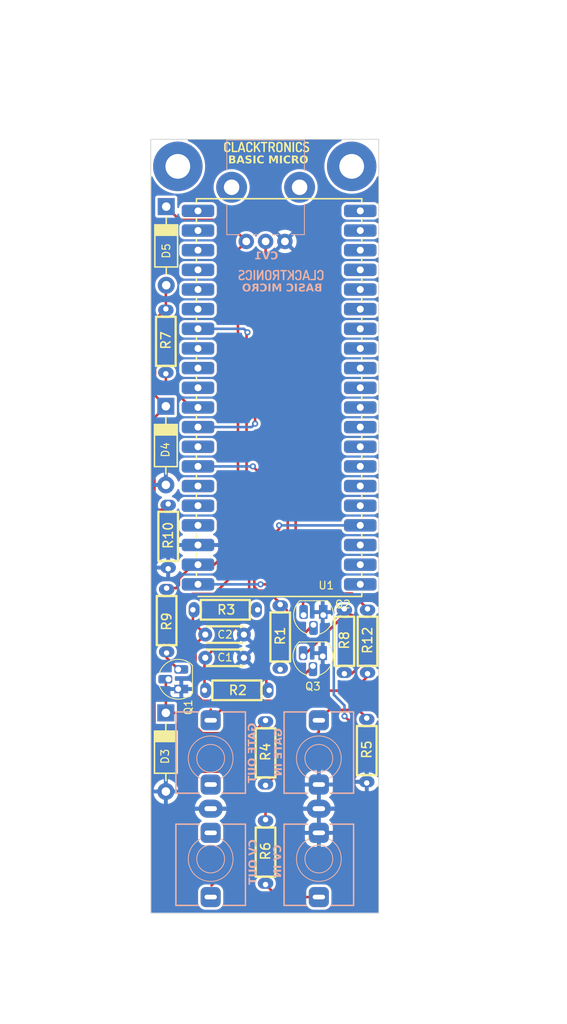
<source format=kicad_pcb>
(kicad_pcb (version 20221018) (generator pcbnew)
  (layers (0 "F.Cu" signal) (31 "B.Cu" signal) (34 "B.Paste" user) (35 "F.Paste" user) (36 "B.SilkS" user "B.Silkscreen") (37 "F.SilkS" user "F.Silkscreen") (38 "B.Mask" user) (39 "F.Mask" user) (44 "Edge.Cuts" user))
  (net 0 "")
  (net 1 "Net-(C1-Pad1)")
  (net 2 "GND")
  (net 3 "Net-(Q3-B)")
  (net 4 "Net-(D3-K)")
  (net 5 "Net-(D4-K)")
  (net 6 "+3.3V")
  (net 7 "Net-(U1A-GP28)")
  (net 8 "Net-(U1A-GP27)")
  (net 9 "Net-(U1A-GP26)")
  (net 10 "Net-(J2-PadT)")
  (net 12 "Net-(J4-PadT)")
  (net 13 "/SDA")
  (net 14 "/SCL")
  (net 15 "Net-(Q3-C)")
  (net 17 "Net-(J7-PadT)")
  (net 18 "Net-(Q1-C)")
  (net 19 "Net-(Q2-B)")
  (net 20 "+5V")
  (net 21 "Net-(U1A-GP21)")
  (footprint "Clacktronics:C_TH_Disc_P5.00mm" (layer "F.Cu") (at 51.3 129)
    (fp_text reference "C2" (at 2.55 0) (layer "F.SilkS"))
    (fp_text value "C")
    (pad "1" thru_hole circle (at 0 0) (size 1.8 1.8) (drill 0.8) (layers "*.Cu" "*.Mask") (net 3 "Net-(Q3-B)"))
    (pad "2" thru_hole circle (at 5 0) (size 1.8 1.8) (drill 0.8) (layers "*.Cu" "*.Mask") (net 2 "GND"))
  )
  (footprint "Clacktronics:R_Axial_DIN0204_L3.6mm_D1.6mm_P7.62mm_Horizontal" (layer "F.Cu") (at 72.2 148.1785 90)
    (fp_text reference "R5" (at 4.318 0 90) (layer "F.SilkS") (effects (font (size 1.2 1.2) (thickness 0.2) bold)))
    (fp_text value "100k")
    (pad "1" thru_hole oval (at 0 0 90) (size 1.4 2) (drill 0.7 (offset 0.15 0)) (layers "*.Cu" "*.Mask") (net 2 "GND"))
    (pad "2" thru_hole oval (at 8.382 0 270) (size 1.4 2) (drill 0.7 (offset 0.15 0)) (layers "*.Cu" "*.Mask") (net 17 "Net-(J7-PadT)"))
  )
  (footprint "Clacktronics:D_TH_DO-41_P10.16mm" (layer "F.Cu") (at 46.2 139.12 -90)
    (fp_text reference "D3" (at 5.63 0.1 90) (layer "F.SilkS"))
    (fp_text value "1N5819WS")
    (pad "1" thru_hole rect (at 0 0 270) (size 2.2 2.2) (drill 1.1) (layers "*.Cu" "*.Mask") (net 4 "Net-(D3-K)"))
    (pad "2" thru_hole oval (at 10.16 0 270) (size 2.2 2.2) (drill 1.1) (layers "*.Cu" "*.Mask") (net 2 "GND"))
  )
  (footprint "Clacktronics:clacktronics_logo_11mm" (layer "F.Cu") (at 59.25 66)
    (fp_text reference "G***" hide)
    (fp_text value "LOGO" hide)
  )
  (footprint "Clacktronics:D_TH_DO-41_P10.16mm" (layer "F.Cu") (at 46.25 73.7 -90)
    (fp_text reference "D5" (at 5.73 0 -270) (layer "F.SilkS"))
    (fp_text value "1N5819WS")
    (pad "1" thru_hole rect (at 0 0 270) (size 2.2 2.2) (drill 1.1) (layers "*.Cu" "*.Mask") (net 6 "+3.3V"))
    (pad "2" thru_hole oval (at 10.16 0 270) (size 2.2 2.2) (drill 1.1) (layers "*.Cu" "*.Mask") (net 5 "Net-(D4-K)"))
  )
  (footprint "MountingHole:MountingHole_3.2mm_M3_Pad" (layer "F.Cu") (at 70.25 68.5)
    (fp_text reference "REF**" hide)
    (fp_text value "MountingHole_3.2mm_M3_Pad" hide)
    (pad "1" thru_hole circle (at 0 0) (size 6.4 6.4) (drill 3.2) (layers "*.Cu" "*.Mask"))
  )
  (footprint "Clacktronics:R_Axial_DIN0204_L3.6mm_D1.6mm_P7.62mm_Horizontal" (layer "F.Cu") (at 49.7 125.8)
    (fp_text reference "R3" (at 4.318 0) (layer "F.SilkS") (effects (font (size 1.2 1.2) (thickness 0.2) bold)))
    (fp_text value "1k")
    (pad "1" thru_hole oval (at 0 0) (size 1.4 2) (drill 0.7 (offset 0.15 0)) (layers "*.Cu" "*.Mask") (net 3 "Net-(Q3-B)"))
    (pad "2" thru_hole oval (at 8.382 0 180) (size 1.4 2) (drill 0.7 (offset 0.15 0)) (layers "*.Cu" "*.Mask") (net 1 "Net-(C1-Pad1)"))
  )
  (footprint "Clacktronics:R_Axial_DIN0204_L3.6mm_D1.6mm_P7.62mm_Horizontal" (layer "F.Cu") (at 51.2 136.2)
    (fp_text reference "R2" (at 4.318 0) (layer "F.SilkS") (effects (font (size 1.2 1.2) (thickness 0.2) bold)))
    (fp_text value "1k")
    (pad "1" thru_hole oval (at 0 0) (size 1.4 2) (drill 0.7 (offset 0.15 0)) (layers "*.Cu" "*.Mask") (net 1 "Net-(C1-Pad1)"))
    (pad "2" thru_hole oval (at 8.382 0 180) (size 1.4 2) (drill 0.7 (offset 0.15 0)) (layers "*.Cu" "*.Mask") (net 21 "Net-(U1A-GP21)"))
  )
  (footprint "Clacktronics:R_Axial_DIN0204_L3.6mm_D1.6mm_P7.62mm_Horizontal" (layer "F.Cu") (at 46.3 123 -90)
    (fp_text reference "R9" (at 4.318 0 -90) (layer "F.SilkS") (effects (font (size 1.2 1.2) (thickness 0.2) bold)))
    (fp_text value "1k")
    (pad "1" thru_hole oval (at 0 0 270) (size 1.4 2) (drill 0.7 (offset 0.15 0)) (layers "*.Cu" "*.Mask") (net 6 "+3.3V"))
    (pad "2" thru_hole oval (at 8.382 0 90) (size 1.4 2) (drill 0.7 (offset 0.15 0)) (layers "*.Cu" "*.Mask") (net 18 "Net-(Q1-C)"))
  )
  (footprint "Clacktronics:R_Axial_DIN0204_L3.6mm_D1.6mm_P7.62mm_Horizontal" (layer "F.Cu") (at 46.5 120.5 90)
    (fp_text reference "R10" (at 4.318 0 90) (layer "F.SilkS") (effects (font (size 1.2 1.2) (thickness 0.2) bold)))
    (fp_text value "100k")
    (pad "1" thru_hole oval (at 0 0 90) (size 1.4 2) (drill 0.7 (offset 0.15 0)) (layers "*.Cu" "*.Mask") (net 2 "GND"))
    (pad "2" thru_hole oval (at 8.382 0 270) (size 1.4 2) (drill 0.7 (offset 0.15 0)) (layers "*.Cu" "*.Mask") (net 5 "Net-(D4-K)"))
  )
  (footprint "Clacktronics:C_TH_Disc_P5.00mm" (layer "F.Cu") (at 51.3 132)
    (fp_text reference "C1" (at 2.55 -0.05) (layer "F.SilkS"))
    (fp_text value "C")
    (pad "1" thru_hole circle (at 0 0) (size 1.8 1.8) (drill 0.8) (layers "*.Cu" "*.Mask") (net 1 "Net-(C1-Pad1)"))
    (pad "2" thru_hole circle (at 5 0) (size 1.8 1.8) (drill 0.8) (layers "*.Cu" "*.Mask") (net 2 "GND"))
  )
  (footprint "Clacktronics:R_Axial_DIN0204_L3.6mm_D1.6mm_P7.62mm_Horizontal" (layer "F.Cu") (at 59.1 161.3 90)
    (fp_text reference "R6" (at 4.318 0 90) (layer "F.SilkS") (effects (font (size 1.2 1.2) (thickness 0.2) bold)))
    (fp_text value "220k")
    (pad "1" thru_hole oval (at 0 0 90) (size 1.4 2) (drill 0.7 (offset 0.15 0)) (layers "*.Cu" "*.Mask") (net 12 "Net-(J4-PadT)"))
    (pad "2" thru_hole oval (at 8.382 0 270) (size 1.4 2) (drill 0.7 (offset 0.15 0)) (layers "*.Cu" "*.Mask") (net 5 "Net-(D4-K)"))
  )
  (footprint "Clacktronics:R_Axial_DIN0204_L3.6mm_D1.6mm_P7.62mm_Horizontal" (layer "F.Cu") (at 61 133.5 90)
    (fp_text reference "R1" (at 4.318 0 90) (layer "F.SilkS") (effects (font (size 1.2 1.2) (thickness 0.2) bold)))
    (fp_text value "1k")
    (pad "1" thru_hole oval (at 0 0 90) (size 1.4 2) (drill 0.7 (offset 0.15 0)) (layers "*.Cu" "*.Mask") (net 19 "Net-(Q2-B)"))
    (pad "2" thru_hole oval (at 8.382 0 270) (size 1.4 2) (drill 0.7 (offset 0.15 0)) (layers "*.Cu" "*.Mask") (net 7 "Net-(U1A-GP28)"))
  )
  (footprint "Package_TO_SOT_THT:TO-92_HandSolder" (layer "F.Cu") (at 66.57 126.48 180)
    (fp_text reference "Q2" (at -2.53 1.38 180) (layer "F.SilkS"))
    (fp_text value "2N3904")
    (pad "1" thru_hole rect (at 0 0 180) (size 1.1 1.8) (drill 0.75 (offset 0 0.4)) (layers "*.Cu" "*.Mask") (net 2 "GND"))
    (pad "2" thru_hole roundrect (at 1.27 -1.27 180) (size 1.1 1.8) (drill 0.75 (offset 0 -0.4)) (layers "*.Cu" "*.Mask") (net 19 "Net-(Q2-B)"))
    (pad "3" thru_hole roundrect (at 2.54 0 180) (size 1.1 1.8) (drill 0.75 (offset 0 0.4)) (layers "*.Cu" "*.Mask") (net 20 "+5V"))
  )
  (footprint "DevBoards:RPI_Pico_through_hole" (layer "F.Cu") (at 71.36 122.51 180)
    (fp_text reference "U1" (at 4.4 -0.14) (layer "F.SilkS"))
    (fp_text value "Raspberry_Pi_Pico")
    (pad "1" thru_hole roundrect (at 0 0 180) (size 4.2 1.6) (drill 0.9) (layers "*.Cu" "*.Mask") (net 13 "/SDA"))
    (pad "2" thru_hole roundrect (at 0 2.54 180) (size 4.2 1.6) (drill 0.9) (layers "*.Cu" "*.Mask") (net 14 "/SCL"))
    (pad "3" thru_hole roundrect (at 0 5.08 180) (size 4.2 1.6) (drill 0.9) (layers "*.Cu" "*.Mask"))
    (pad "4" thru_hole roundrect (at 0 7.62 180) (size 4.2 1.6) (drill 0.9) (layers "*.Cu" "*.Mask") (net 18 "Net-(Q1-C)"))
    (pad "5" thru_hole roundrect (at 0 10.16 180) (size 4.2 1.6) (drill 0.9) (layers "*.Cu" "*.Mask"))
    (pad "6" thru_hole roundrect (at 0 12.7 180) (size 4.2 1.6) (drill 0.9) (layers "*.Cu" "*.Mask"))
    (pad "7" thru_hole roundrect (at 0 15.24 180) (size 4.2 1.6) (drill 0.9) (layers "*.Cu" "*.Mask"))
    (pad "8" thru_hole roundrect (at 0 17.78 180) (size 4.2 1.6) (drill 0.9) (layers "*.Cu" "*.Mask"))
    (pad "9" thru_hole roundrect (at 0 20.32 180) (size 4.2 1.6) (drill 0.9) (layers "*.Cu" "*.Mask"))
    (pad "10" thru_hole roundrect (at 0 22.86 180) (size 4.2 1.6) (drill 0.9) (layers "*.Cu" "*.Mask"))
    (pad "11" thru_hole roundrect (at 0 25.4 180) (size 4.2 1.6) (drill 0.9) (layers "*.Cu" "*.Mask"))
    (pad "12" thru_hole roundrect (at 0 27.94 180) (size 4.2 1.6) (drill 0.9) (layers "*.Cu" "*.Mask"))
    (pad "13" thru_hole roundrect (at 0 30.48 180) (size 4.2 1.6) (drill 0.9) (layers "*.Cu" "*.Mask"))
    (pad "14" thru_hole roundrect (at 0 33.02 180) (size 4.2 1.6) (drill 0.9) (layers "*.Cu" "*.Mask"))
    (pad "15" thru_hole roundrect (at 0 35.56 180) (size 4.2 1.6) (drill 0.9) (layers "*.Cu" "*.Mask"))
    (pad "16" thru_hole roundrect (at 0 38.1 180) (size 4.2 1.6) (drill 0.9) (layers "*.Cu" "*.Mask"))
    (pad "17" thru_hole roundrect (at 0 40.64 180) (size 4.2 1.6) (drill 0.9) (layers "*.Cu" "*.Mask"))
    (pad "18" thru_hole roundrect (at 0 43.18 180) (size 4.2 1.6) (drill 0.9) (layers "*.Cu" "*.Mask"))
    (pad "19" thru_hole roundrect (at 0 45.72 180) (size 4.2 1.6) (drill 0.9) (layers "*.Cu" "*.Mask"))
    (pad "20" thru_hole roundrect (at 0 48.26 180) (size 4.2 1.6) (drill 0.9) (layers "*.Cu" "*.Mask"))
    (pad "21" thru_hole roundrect (at 21 48.26 180) (size 4.2 1.6) (drill 0.9) (layers "*.Cu" "*.Mask"))
    (pad "22" thru_hole roundrect (at 21 45.72 180) (size 4.2 1.6) (drill 0.9) (layers "*.Cu" "*.Mask"))
    (pad "23" thru_hole roundrect (at 21 43.18 180) (size 4.2 1.6) (drill 0.9) (layers "*.Cu" "*.Mask"))
    (pad "24" thru_hole roundrect (at 21 40.64 180) (size 4.2 1.6) (drill 0.9) (layers "*.Cu" "*.Mask"))
    (pad "25" thru_hole roundrect (at 21 38.1 180) (size 4.2 1.6) (drill 0.9) (layers "*.Cu" "*.Mask"))
    (pad "26" thru_hole roundrect (at 21 35.56 180) (size 4.2 1.6) (drill 0.9) (layers "*.Cu" "*.Mask"))
    (pad "27" thru_hole roundrect (at 21 33.02 180) (size 4.2 1.6) (drill 0.9) (layers "*.Cu" "*.Mask") (net 21 "Net-(U1A-GP21)"))
    (pad "28" thru_hole roundrect (at 21 30.48 180) (size 4.2 1.6) (drill 0.9) (layers "*.Cu" "*.Mask"))
    (pad "29" thru_hole roundrect (at 21 27.94 180) (size 4.2 1.6) (drill 0.9) (layers "*.Cu" "*.Mask"))
    (pad "30" thru_hole roundrect (at 21 25.4 180) (size 4.2 1.6) (drill 0.9) (layers "*.Cu" "*.Mask"))
    (pad "31" thru_hole roundrect (at 21 22.86 180) (size 4.2 1.6) (drill 0.9) (layers "*.Cu" "*.Mask") (net 9 "Net-(U1A-GP26)"))
    (pad "32" thru_hole roundrect (at 21 20.32 180) (size 4.2 1.6) (drill 0.9) (layers "*.Cu" "*.Mask") (net 8 "Net-(U1A-GP27)"))
    (pad "33" thru_hole roundrect (at 21 17.78 180) (size 4.2 1.6) (drill 0.9) (layers "*.Cu" "*.Mask"))
    (pad "34" thru_hole roundrect (at 21 15.24 180) (size 4.2 1.6) (drill 0.9) (layers "*.Cu" "*.Mask") (net 7 "Net-(U1A-GP28)"))
    (pad "35" thru_hole roundrect (at 21 12.7 180) (size 4.2 1.6) (drill 0.9) (layers "*.Cu" "*.Mask"))
    (pad "36" thru_hole roundrect (at 21 10.16 180) (size 4.2 1.6) (drill 0.9) (layers "*.Cu" "*.Mask"))
    (pad "37" thru_hole roundrect (at 21 7.62 180) (size 4.2 1.6) (drill 0.9) (layers "*.Cu" "*.Mask"))
    (pad "38" thru_hole roundrect (at 21 5.08 180) (size 4.2 1.6) (drill 0.9) (layers "*.Cu" "*.Mask") (net 2 "GND"))
    (pad "39" thru_hole roundrect (at 21 2.54 180) (size 4.2 1.6) (drill 0.9) (layers "*.Cu" "*.Mask") (net 6 "+3.3V"))
    (pad "40" thru_hole roundrect (at 21 0 180) (size 4.2 1.6) (drill 0.9) (layers "*.Cu" "*.Mask") (net 20 "+5V"))
  )
  (footprint "Package_TO_SOT_THT:TO-92_HandSolder" (layer "F.Cu") (at 47.8 136.04 90)
    (fp_text reference "Q1" (at -2.36 1.3 90) (layer "F.SilkS"))
    (fp_text value "2N3904")
    (pad "1" thru_hole rect (at 0 0 90) (size 1.1 1.8) (drill 0.75 (offset 0 0.4)) (layers "*.Cu" "*.Mask") (net 2 "GND"))
    (pad "2" thru_hole roundrect (at 1.27 -1.27 90) (size 1.1 1.8) (drill 0.75 (offset 0 -0.4)) (layers "*.Cu" "*.Mask") (net 4 "Net-(D3-K)"))
    (pad "3" thru_hole roundrect (at 2.54 0 90) (size 1.1 1.8) (drill 0.75 (offset 0 0.4)) (layers "*.Cu" "*.Mask") (net 18 "Net-(Q1-C)"))
  )
  (footprint "MountingHole:MountingHole_3.2mm_M3_Pad" (layer "F.Cu") (at 47.75 68.5)
    (fp_text reference "REF**" hide)
    (fp_text value "MountingHole_3.2mm_M3_Pad" hide)
    (pad "1" thru_hole circle (at 0 0) (size 6.4 6.4) (drill 3.2) (layers "*.Cu" "*.Mask"))
  )
  (footprint "Package_TO_SOT_THT:TO-92_HandSolder" (layer "F.Cu") (at 66.5 131.8 180)
    (fp_text reference "Q3" (at 1.27 -3.9 180) (layer "F.SilkS"))
    (fp_text value "2N3904")
    (pad "1" thru_hole rect (at 0 0 180) (size 1.1 1.8) (drill 0.75 (offset 0 0.4)) (layers "*.Cu" "*.Mask") (net 2 "GND"))
    (pad "2" thru_hole roundrect (at 1.27 -1.27 180) (size 1.1 1.8) (drill 0.75 (offset 0 -0.4)) (layers "*.Cu" "*.Mask") (net 3 "Net-(Q3-B)"))
    (pad "3" thru_hole roundrect (at 2.54 0 180) (size 1.1 1.8) (drill 0.75 (offset 0 0.4)) (layers "*.Cu" "*.Mask") (net 15 "Net-(Q3-C)"))
  )
  (footprint "Clacktronics:R_Axial_DIN0204_L3.6mm_D1.6mm_P7.62mm_Horizontal" (layer "F.Cu") (at 59.1 148.4785 90)
    (fp_text reference "R4" (at 4.318 0 90) (layer "F.SilkS") (effects (font (size 1.2 1.2) (thickness 0.2) bold)))
    (fp_text value "100k")
    (pad "1" thru_hole oval (at 0 0 90) (size 1.4 2) (drill 0.7 (offset 0.15 0)) (layers "*.Cu" "*.Mask") (net 17 "Net-(J7-PadT)"))
    (pad "2" thru_hole oval (at 8.382 0 270) (size 1.4 2) (drill 0.7 (offset 0.15 0)) (layers "*.Cu" "*.Mask") (net 4 "Net-(D3-K)"))
  )
  (footprint "Clacktronics:R_Axial_DIN0204_L3.6mm_D1.6mm_P7.62mm_Horizontal" (layer "F.Cu") (at 69.3 134.06 90)
    (fp_text reference "R8" (at 4.318 0 90) (layer "F.SilkS") (effects (font (size 1.2 1.2) (thickness 0.2) bold)))
    (fp_text value "1k")
    (pad "1" thru_hole oval (at 0 0 90) (size 1.4 2) (drill 0.7 (offset 0.15 0)) (layers "*.Cu" "*.Mask") (net 20 "+5V"))
    (pad "2" thru_hole oval (at 8.382 0 270) (size 1.4 2) (drill 0.7 (offset 0.15 0)) (layers "*.Cu" "*.Mask") (net 15 "Net-(Q3-C)"))
  )
  (footprint "Clacktronics:R_Axial_DIN0204_L3.6mm_D1.6mm_P7.62mm_Horizontal" (layer "F.Cu") (at 72.3 134.06 90)
    (fp_text reference "R12" (at 4.318 0 90) (layer "F.SilkS") (effects (font (size 1.2 1.2) (thickness 0.2) bold)))
    (fp_text value "1k")
    (pad "1" thru_hole oval (at 0 0 90) (size 1.4 2) (drill 0.7 (offset 0.15 0)) (layers "*.Cu" "*.Mask") (net 10 "Net-(J2-PadT)"))
    (pad "2" thru_hole oval (at 8.382 0 270) (size 1.4 2) (drill 0.7 (offset 0.15 0)) (layers "*.Cu" "*.Mask") (net 20 "+5V"))
  )
  (footprint "Clacktronics:D_TH_DO-41_P10.16mm" (layer "F.Cu") (at 46.2 99.5 -90)
    (fp_text reference "D4" (at 5.63 0.05 90) (layer "F.SilkS"))
    (fp_text value "1N5819WS")
    (pad "1" thru_hole rect (at 0 0 270) (size 2.2 2.2) (drill 1.1) (layers "*.Cu" "*.Mask") (net 5 "Net-(D4-K)"))
    (pad "2" thru_hole oval (at 10.16 0 270) (size 2.2 2.2) (drill 1.1) (layers "*.Cu" "*.Mask") (net 2 "GND"))
  )
  (footprint "Clacktronics:R_Axial_DIN0204_L3.6mm_D1.6mm_P7.62mm_Horizontal" (layer "F.Cu") (at 46.2 95.3 90)
    (fp_text reference "R7" (at 4.318 0 90) (layer "F.SilkS") (effects (font (size 1.2 1.2) (thickness 0.2) bold)))
    (fp_text value "1k")
    (pad "1" thru_hole oval (at 0 0 90) (size 1.4 2) (drill 0.7 (offset 0.15 0)) (layers "*.Cu" "*.Mask") (net 9 "Net-(U1A-GP26)"))
    (pad "2" thru_hole oval (at 8.382 0 270) (size 1.4 2) (drill 0.7 (offset 0.15 0)) (layers "*.Cu" "*.Mask") (net 5 "Net-(D4-K)"))
  )
  (footprint "AudioJacks:Jack_3.5mm_QingPu_WQP-PJ398SM_Vertical" (layer "B.Cu") (at 66 145 180)
    (fp_text reference "J7" hide)
    (fp_text value "GATE_IN")
    (pad "S" thru_hole oval (at 0 -6.48 180) (size 3.1 2.3) (drill oval 1.6 0.6) (layers "*.Cu" "*.Mask") (net 2 "GND"))
    (pad "T" thru_hole roundrect (at 0 4.92 180) (size 2.6 2.6) (drill oval 1.6 0.6) (layers "*.Cu" "*.Mask") (net 17 "Net-(J7-PadT)"))
    (pad "TN" thru_hole roundrect (at 0 -3.38 180) (size 2.6 2.6) (drill oval 1.6 0.6) (layers "*.Cu" "*.Mask") (net 2 "GND"))
  )
  (footprint "AudioJacks:Jack_3.5mm_QingPu_WQP-PJ398SM_Vertical" (layer "B.Cu") (at 66 158)
    (fp_text reference "J4" hide)
    (fp_text value "CV_IN")
    (pad "S" thru_hole oval (at 0 -6.48) (size 3.1 2.3) (drill oval 1.6 0.6) (layers "*.Cu" "*.Mask") (net 2 "GND"))
    (pad "T" thru_hole roundrect (at 0 4.92) (size 2.6 2.6) (drill oval 1.6 0.6) (layers "*.Cu" "*.Mask") (net 12 "Net-(J4-PadT)"))
    (pad "TN" thru_hole roundrect (at 0 -3.38) (size 2.6 2.6) (drill oval 1.6 0.6) (layers "*.Cu" "*.Mask") (net 2 "GND"))
  )
  (footprint "Clacktronics:clacktronics_logo_11mm" (layer "B.Cu") (at 61.1 82.55 180)
    (fp_text reference "G***" hide)
    (fp_text value "LOGO" hide)
  )
  (footprint "AudioJacks:Jack_3.5mm_QingPu_WQP-PJ398SM_Vertical" (layer "B.Cu") (at 52 158)
    (fp_text reference "J5" hide)
    (fp_text value "CV_OUT")
    (pad "S" thru_hole oval (at 0 -6.48) (size 3.1 2.3) (drill oval 1.6 0.6) (layers "*.Cu" "*.Mask") (net 2 "GND"))
    (pad "T" thru_hole roundrect (at 0 4.92) (size 2.6 2.6) (drill oval 1.6 0.6) (layers "*.Cu" "*.Mask") (net 15 "Net-(Q3-C)"))
    (pad "TN" thru_hole roundrect (at 0 -3.38) (size 2.6 2.6) (drill oval 1.6 0.6) (layers "*.Cu" "*.Mask"))
  )
  (footprint "Clacktronics:POT_TH_Alps_RK09K_Single_Vertical" (layer "B.Cu") (at 59.11 70.7 180)
    (fp_text reference "RV1" hide)
    (fp_text value "10k")
    (pad "" thru_hole circle (at -4.4 -0.5 90) (size 4 4) (drill 2) (layers "*.Cu" "*.Mask"))
    (pad "" thru_hole circle (at 4.4 -0.5 90) (size 4 4) (drill 2) (layers "*.Cu" "*.Mask"))
    (pad "1" thru_hole circle (at 2.5 -7.5 90) (size 2 2) (drill 1) (layers "*.Cu" "*.Mask") (net 6 "+3.3V"))
    (pad "2" thru_hole circle (at 0 -7.5 180) (size 2 2) (drill 1) (layers "*.Cu" "*.Mask") (net 8 "Net-(U1A-GP27)"))
    (pad "3" thru_hole circle (at -2.5 -7.5 90) (size 2 2) (drill 1) (layers "*.Cu" "*.Mask") (net 2 "GND"))
  )
  (footprint "AudioJacks:Jack_3.5mm_QingPu_WQP-PJ398SM_Vertical" (layer "B.Cu") (at 52 145 180)
    (fp_text reference "J2" hide)
    (fp_text value "GATE_OUT")
    (pad "S" thru_hole oval (at 0 -6.48 180) (size 3.1 2.3) (drill oval 1.6 0.6) (layers "*.Cu" "*.Mask") (net 2 "GND"))
    (pad "T" thru_hole roundrect (at 0 4.92 180) (size 2.6 2.6) (drill oval 1.6 0.6) (layers "*.Cu" "*.Mask") (net 10 "Net-(J2-PadT)"))
    (pad "TN" thru_hole roundrect (at 0 -3.38 180) (size 2.6 2.6) (drill oval 1.6 0.6) (layers "*.Cu" "*.Mask"))
  )
  (gr_line (start 73.75 65) (end 44.25 65) (stroke (width 0.1)) (layer "Edge.Cuts"))
  (gr_line (start 44.25 65) (end 44.25 165) (stroke (width 0.1)) (layer "Edge.Cuts"))
  (gr_line (start 44.25 165) (end 73.75 165) (stroke (width 0.1)) (layer "Edge.Cuts"))
  (gr_line (start 73.75 65) (end 73.75 165) (stroke (width 0.1)) (layer "Edge.Cuts"))
  (gr_text "CV1" (at 59.2 80.1) (layer "B.SilkS") (effects (font (size 1 1) (thickness 0.2) bold) (justify mirror)))
  (gr_text "BASIC MICRO" (at 61.25 84.25) (layer "B.SilkS") (effects (font (size 1 1) (thickness 0.2) bold) (justify mirror)))
  (gr_text "GATE IN" (at 60.8 144.2 90) (layer "B.SilkS") (effects (font (size 1 1) (thickness 0.2) bold) (justify mirror)))
  (gr_text "CV OUT" (at 57.5 158.4 90) (layer "B.SilkS") (effects (font (size 1 1) (thickness 0.2) bold) (justify mirror)))
  (gr_text "GATE OUT" (at 57.4 144.3 90) (layer "B.SilkS") (effects (font (size 1 1) (thickness 0.2) bold) (justify mirror)))
  (gr_text "CV IN" (at 60.7 158.3 90) (layer "B.SilkS") (effects (font (size 1 1) (thickness 0.2) bold) (justify mirror)))
  (gr_text "BASIC MICRO" (at 59.45 67.7) (layer "F.SilkS") (effects (font (size 1 1) (thickness 0.2) bold)))
  (segment (start 51.2 136.2) (end 51.2 132.1) (width 0.33) (layer "F.Cu") (net 1))
  (segment (start 51.2 132.1) (end 51.3 132) (width 0.33) (layer "F.Cu") (net 1))
  (segment (start 57.5 125.8) (end 51.3 132) (width 0.33) (layer "F.Cu") (net 1))
  (segment (start 58.082 125.8) (end 57.5 125.8) (width 0.33) (layer "F.Cu") (net 1))
  (segment (start 49.7 125.8) (end 49.7 127.4) (width 0.33) (layer "F.Cu") (net 3))
  (segment (start 60.735 137.565) (end 50.908863 137.565) (width 0.33) (layer "F.Cu") (net 3))
  (segment (start 50.908863 137.565) (end 50.035 136.691137) (width 0.33) (layer "F.Cu") (net 3))
  (segment (start 50.035 130.265) (end 51.3 129) (width 0.33) (layer "F.Cu") (net 3))
  (segment (start 50.035 136.691137) (end 50.035 130.265) (width 0.33) (layer "F.Cu") (net 3))
  (segment (start 65.23 133.07) (end 60.735 137.565) (width 0.33) (layer "F.Cu") (net 3))
  (segment (start 49.7 127.4) (end 51.3 129) (width 0.33) (layer "F.Cu") (net 3))
  (segment (start 48.304572 139.12) (end 50.929572 141.745) (width 0.33) (layer "F.Cu") (net 4))
  (segment (start 46.53 134.77) (end 46.2 135.1) (width 0.33) (layer "F.Cu") (net 4))
  (segment (start 46.2 135.1) (end 46.2 139.12) (width 0.33) (layer "F.Cu") (net 4))
  (segment (start 50.929572 141.745) (end 57.4515 141.745) (width 0.33) (layer "F.Cu") (net 4))
  (segment (start 57.4515 141.745) (end 59.1 140.0965) (width 0.33) (layer "F.Cu") (net 4))
  (segment (start 46.2 139.12) (end 48.304572 139.12) (width 0.33) (layer "F.Cu") (net 4))
  (segment (start 44.85 112.88) (end 44.72 112.75) (width 0.33) (layer "F.Cu") (net 5))
  (segment (start 44.72 100.98) (end 44.72 140.57) (width 0.33) (layer "F.Cu") (net 5))
  (segment (start 46.2 83.91) (end 46.25 83.86) (width 0.33) (layer "F.Cu") (net 5))
  (segment (start 44.795 88.323) (end 46.2 86.918) (width 0.33) (layer "F.Cu") (net 5))
  (segment (start 44.795 98.095) (end 44.795 88.323) (width 0.33) (layer "F.Cu") (net 5))
  (segment (start 46.25 83.86) (end 45.86 84.25) (width 0.33) (layer "F.Cu") (net 5))
  (segment (start 46.5 112.88) (end 44.85 112.88) (width 0.33) (layer "F.Cu") (net 5))
  (segment (start 44.72 140.57) (end 50.865 146.715) (width 0.33) (layer "F.Cu") (net 5))
  (segment (start 59.1 151.134572) (end 59.1 152.918) (width 0.33) (layer "F.Cu") (net 5))
  (segment (start 50.865 146.715) (end 54.680428 146.715) (width 0.33) (layer "F.Cu") (net 5))
  (segment (start 46.2 99.5) (end 44.795 98.095) (width 0.33) (layer "F.Cu") (net 5))
  (segment (start 46.2 86.918) (end 46.2 83.91) (width 0.33) (layer "F.Cu") (net 5))
  (segment (start 46.2 99.5) (end 44.72 100.98) (width 0.33) (layer "F.Cu") (net 5))
  (segment (start 54.680428 146.715) (end 59.1 151.134572) (width 0.33) (layer "F.Cu") (net 5))
  (segment (start 47.895 121.793124) (end 47.895 122.605) (width 0.33) (layer "F.Cu") (net 6))
  (segment (start 49.718124 119.97) (end 47.895 121.793124) (width 0.33) (layer "F.Cu") (net 6))
  (segment (start 52.459999 119.97) (end 50.36 119.97) (width 0.33) (layer "F.Cu") (net 6))
  (segment (start 55.53 79.28) (end 55.53 116.899999) (width 0.33) (layer "F.Cu") (net 6))
  (segment (start 53.825 75.415) (end 56.61 78.2) (width 0.33) (layer "F.Cu") (net 6))
  (segment (start 47.895 122.605) (end 47.5 123) (width 0.33) (layer "F.Cu") (net 6))
  (segment (start 46.25 73.7) (end 47.965 75.415) (width 0.33) (layer "F.Cu") (net 6))
  (segment (start 55.53 116.899999) (end 52.459999 119.97) (width 0.33) (layer "F.Cu") (net 6))
  (segment (start 50.36 119.97) (end 49.718124 119.97) (width 0.33) (layer "F.Cu") (net 6))
  (segment (start 47.965 75.415) (end 53.825 75.415) (width 0.33) (layer "F.Cu") (net 6))
  (segment (start 56.61 78.2) (end 55.53 79.28) (width 0.33) (layer "F.Cu") (net 6))
  (segment (start 47.5 123) (end 46.3 123) (width 0.33) (layer "F.Cu") (net 6))
  (segment (start 57.644996 122.847585) (end 57.644996 121.605004) (width 0.33) (layer "F.Cu") (net 7))
  (segment (start 58.122411 123.325) (end 57.644996 122.847585) (width 0.33) (layer "F.Cu") (net 7))
  (segment (start 63 116.25) (end 63 112.81) (width 0.33) (layer "F.Cu") (net 7))
  (segment (start 61.86 125.84) (end 59.345 123.325) (width 0.33) (layer "F.Cu") (net 7))
  (segment (start 59.345 123.325) (end 58.122411 123.325) (width 0.33) (layer "F.Cu") (net 7))
  (segment (start 63 112.81) (end 57.46 107.27) (width 0.33) (layer "F.Cu") (net 7))
  (segment (start 57.644996 121.605004) (end 63 116.25) (width 0.33) (layer "F.Cu") (net 7))
  (via (at 57.46 107.27) (size 0.8) (drill 0.4) (layers "F.Cu" "B.Cu") (net 7))
  (segment (start 50.36 107.27) (end 57.46 107.27) (width 0.33) (layer "B.Cu") (net 7))
  (segment (start 59.11 82.89) (end 57.75 84.25) (width 0.33) (layer "F.Cu") (net 8))
  (segment (start 57.75 84.25) (end 57.75 101.75) (width 0.33) (layer "F.Cu") (net 8))
  (segment (start 59.11 78.2) (end 59.11 82.89) (width 0.33) (layer "F.Cu") (net 8))
  (via (at 57.75 101.75) (size 0.8) (drill 0.4) (layers "F.Cu" "B.Cu") (net 8))
  (segment (start 50.36 102.19) (end 57.31 102.19) (width 0.33) (layer "B.Cu") (net 8))
  (segment (start 57.31 102.19) (end 57.75 101.75) (width 0.33) (layer "B.Cu") (net 8))
  (segment (start 46.2 96.4) (end 49.45 99.65) (width 0.33) (layer "F.Cu") (net 9))
  (segment (start 46.2 95.3) (end 46.2 96.4) (width 0.33) (layer "F.Cu") (net 9))
  (segment (start 49.45 99.65) (end 50.36 99.65) (width 0.33) (layer "F.Cu") (net 9))
  (segment (start 72.3 134.42) (end 70.47 136.25) (width 0.33) (layer "F.Cu") (net 10))
  (segment (start 70.47 136.25) (end 64.65 136.25) (width 0.33) (layer "F.Cu") (net 10))
  (segment (start 64.65 136.25) (end 62.5 138.4) (width 0.33) (layer "F.Cu") (net 10))
  (segment (start 53.68 138.4) (end 52 140.08) (width 0.33) (layer "F.Cu") (net 10))
  (segment (start 62.5 138.4) (end 53.68 138.4) (width 0.33) (layer "F.Cu") (net 10))
  (segment (start 52 138.69) (end 52 140.08) (width 0.33) (layer "F.Cu") (net 10))
  (segment (start 72.3 134.06) (end 72.3 134.42) (width 0.33) (layer "F.Cu") (net 10))
  (segment (start 60.72 162.92) (end 66 162.92) (width 0.33) (layer "F.Cu") (net 12))
  (segment (start 59.1 161.3) (end 60.72 162.92) (width 0.33) (layer "F.Cu") (net 12))
  (segment (start 59.1 161.3) (end 59.5 160.9) (width 0.33) (layer "F.Cu") (net 12))
  (segment (start 56.18 157.35) (end 69.46 157.35) (width 0.33) (layer "F.Cu") (net 15))
  (segment (start 63.96 131.8) (end 69.3 126.46) (width 0.33) (layer "F.Cu") (net 15))
  (segment (start 70.26 126.44) (end 70.01635 126.44) (width 0.33) (layer "F.Cu") (net 15))
  (segment (start 70.46 140.686718) (end 69.323282 139.55) (width 0.33) (layer "F.Cu") (net 15))
  (segment (start 69.46 157.35) (end 70.46 156.35) (width 0.33) (layer "F.Cu") (net 15))
  (segment (start 69.3 126.46) (end 69.3 125.678) (width 0.33) (layer "F.Cu") (net 15))
  (segment (start 52.11 161.42) (end 56.18 157.35) (width 0.33) (layer "F.Cu") (net 15))
  (segment (start 70.46 156.35) (end 70.46 140.686718) (width 0.33) (layer "F.Cu") (net 15))
  (via (at 69.323282 139.55) (size 0.8) (drill 0.4) (layers "F.Cu" "B.Cu") (net 15))
  (segment (start 67.935 136.777716) (end 67.935 127.043) (width 0.33) (layer "B.Cu") (net 15))
  (segment (start 69.323282 138.165998) (end 69.323282 139.55) (width 0.33) (layer "B.Cu") (net 15))
  (segment (start 67.935 127.043) (end 69.3 125.678) (width 0.33) (layer "B.Cu") (net 15))
  (segment (start 69.323282 138.165998) (end 67.935 136.777716) (width 0.33) (layer "B.Cu") (net 15))
  (segment (start 71.1385 138.735) (end 67.345 138.735) (width 0.33) (layer "F.Cu") (net 17))
  (segment (start 59.1 148.4785) (end 66 141.5785) (width 0.33) (layer "F.Cu") (net 17))
  (segment (start 72.2 139.7965) (end 71.1385 138.735) (width 0.33) (layer "F.Cu") (net 17))
  (segment (start 66 141.5785) (end 66 140.08) (width 0.33) (layer "F.Cu") (net 17))
  (segment (start 67.345 138.735) (end 66 140.08) (width 0.33) (layer "F.Cu") (net 17))
  (segment (start 49.65 123.75) (end 46.3 127.1) (width 0.33) (layer "F.Cu") (net 18))
  (segment (start 46.3 131.382) (end 46.3 132) (width 0.33) (layer "F.Cu") (net 18))
  (segment (start 52.46 123.75) (end 49.65 123.75) (width 0.33) (layer "F.Cu") (net 18))
  (segment (start 46.3 127.1) (end 46.3 131.382) (width 0.33) (layer "F.Cu") (net 18))
  (segment (start 69.02 114.89) (end 71.36 114.89) (width 0.33) (layer "F.Cu") (net 18))
  (segment (start 60.86 114.89) (end 60.86 115.35) (width 0.33) (layer "F.Cu") (net 18))
  (segment (start 46.3 132) (end 47.8 133.5) (width 0.33) (layer "F.Cu") (net 18))
  (segment (start 60.86 115.35) (end 52.46 123.75) (width 0.33) (layer "F.Cu") (net 18))
  (via (at 60.86 114.89) (size 0.8) (drill 0.4) (layers "F.Cu" "B.Cu") (net 18))
  (segment (start 71.36 114.89) (end 60.86 114.89) (width 0.33) (layer "B.Cu") (net 18))
  (segment (start 61 133.5) (end 61 132.11) (width 0.33) (layer "F.Cu") (net 19))
  (segment (start 63.96 129.04) (end 65.23 127.77) (width 0.33) (layer "F.Cu") (net 19))
  (segment (start 63.96 129.15) (end 63.96 129.04) (width 0.33) (layer "F.Cu") (net 19))
  (segment (start 61 132.11) (end 63.96 129.15) (width 0.33) (layer "F.Cu") (net 19))
  (segment (start 72.66 131.66) (end 70.26 134.06) (width 0.33) (layer "F.Cu") (net 20))
  (segment (start 64.3 123.7) (end 63.75 124.25) (width 0.33) (layer "F.Cu") (net 20))
  (segment (start 70.26 134.06) (end 69.3 134.06) (width 0.33) (layer "F.Cu") (net 20))
  (segment (start 62.01 122.51) (end 63.75 124.25) (width 0.33) (layer "F.Cu") (net 20))
  (segment (start 72.66 126.44) (end 72.66 131.66) (width 0.33) (layer "F.Cu") (net 20))
  (segment (start 63.96 124.46) (end 63.96 126.5) (width 0.33) (layer "F.Cu") (net 20))
  (segment (start 70.322 123.7) (end 64.3 123.7) (width 0.33) (layer "F.Cu") (net 20))
  (segment (start 58.459996 122.51) (end 62.01 122.51) (width 0.33) (layer "F.Cu") (net 20))
  (segment (start 63.75 124.25) (end 63.96 124.46) (width 0.33) (layer "F.Cu") (net 20))
  (segment (start 72.3 125.678) (end 70.322 123.7) (width 0.33) (layer "F.Cu") (net 20))
  (via (at 58.459996 122.51) (size 0.8) (drill 0.4) (layers "F.Cu" "B.Cu") (net 20))
  (segment (start 50.36 122.51) (end 58.459996 122.51) (width 0.33) (layer "B.Cu") (net 20))
  (segment (start 58.862882 123.855) (end 56.985725 123.855) (width 0.33) (layer "F.Cu") (net 21))
  (segment (start 59.582 136.2) (end 59.2 135.818) (width 0.33) (layer "F.Cu") (net 21))
  (segment (start 56.645 108.145) (end 56.645 90.065) (width 0.33) (layer "F.Cu") (net 21))
  (segment (start 59.2 124.192118) (end 58.862882 123.855) (width 0.33) (layer "F.Cu") (net 21))
  (segment (start 61.975 113.475) (end 56.645 108.145) (width 0.33) (layer "F.Cu") (net 21))
  (segment (start 56.645 90.065) (end 56.76 89.95) (width 0.33) (layer "F.Cu") (net 21))
  (segment (start 56.985725 123.855) (end 56.985725 120.57686) (width 0.33) (layer "F.Cu") (net 21))
  (segment (start 61.975 115.587585) (end 61.975 113.475) (width 0.33) (layer "F.Cu") (net 21))
  (segment (start 59.2 135.818) (end 59.2 124.192118) (width 0.33) (layer "F.Cu") (net 21))
  (segment (start 56.985725 120.57686) (end 61.975 115.587585) (width 0.33) (layer "F.Cu") (net 21))
  (via (at 56.76 89.95) (size 0.8) (drill 0.4) (layers "F.Cu" "B.Cu") (net 21))
  (segment (start 56.3 89.49) (end 50.36 89.49) (width 0.33) (layer "B.Cu") (net 21))
  (segment (start 56.76 89.95) (end 56.3 89.49) (width 0.33) (layer "B.Cu") (net 21))
  (zone (net 2) (net_name "GND") (layer "B.Cu") (connect_pads (clearance 0.33)) (min_thickness 0.254) (fill yes (thermal_gap 0.508) (thermal_bridge_width 0.508))
    (polygon (pts (xy 75 166) (xy 43 166) (xy 43 64) (xy 75 64)))
  )
)
</source>
